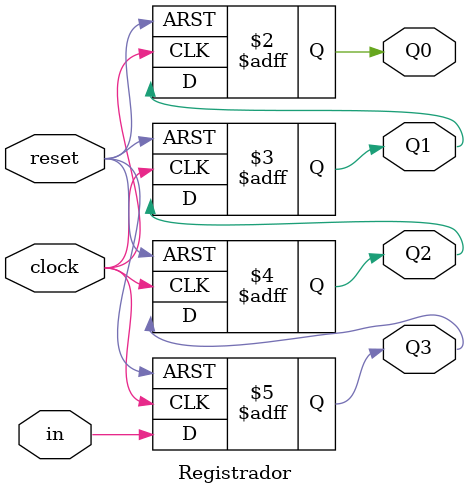
<source format=v>
/* Registrador deslocador de 4 bits


Alunos: 
Augusto Soares
Jamil de Souza


INPUTS:
clock, reset, in;

OUTPUTS:
Q3,Q2,Q1,Q0;


*/


module Registrador(Q3,Q2,Q1,Q0,in,reset,clock);
input in,reset,clock;
output reg Q0,Q1,Q2,Q3;


always@ (posedge clock or posedge reset)

begin

if(reset)
begin
		Q3<=1'b0;
		Q2<=1'b0;
		Q1<=1'b0;
		Q0<=1'b0;
end

else

begin
Q3<=in;
Q2<=Q3;
Q1<=Q2;
Q0<=Q1;
end
end
endmodule

</source>
